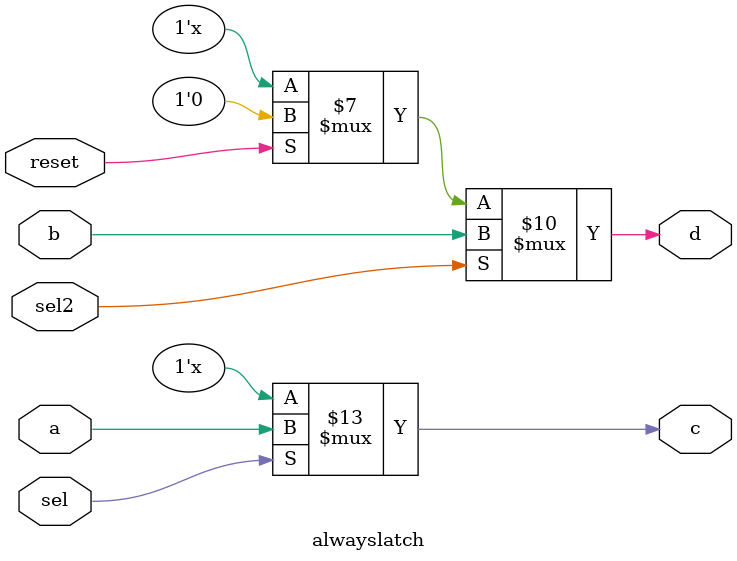
<source format=v>
`timescale 1ns/1ns

module alwayslatch ( a, b, c, d, sel, sel2, reset);
input 	a, b, sel, sel2, reset;
output  c, d;
reg 	c, d;

always@(a or sel)
begin
	if(sel==1'b1)
		c <= a;
	else
		c <= c;
end

always@(b or sel2 or reset)
begin
	if(sel2==1)
		d <= b;
	else if(reset==1)
		d <= 1'b0;
	else
		d <= d;
end



endmodule



</source>
